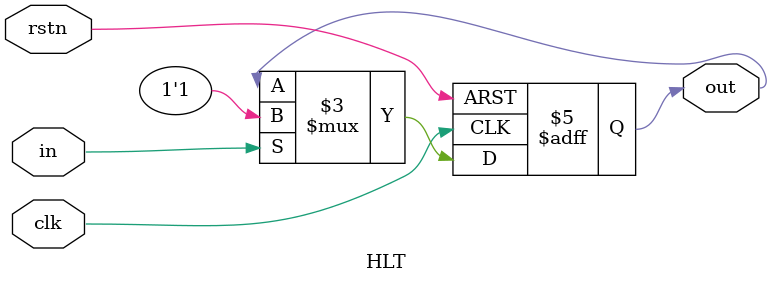
<source format=v>
`ifndef _HLT

`define _HLT

`include "parameters.v"

module HLT (
    input  wire             clk,
    input  wire             rstn,
    input  wire             in,
    output reg              out
);

always @(posedge clk or negedge rstn) begin
    if (!rstn) begin
        out <= 0;
    end else if(in) begin
        out <= 1;
    end
end

endmodule

`endif 
</source>
